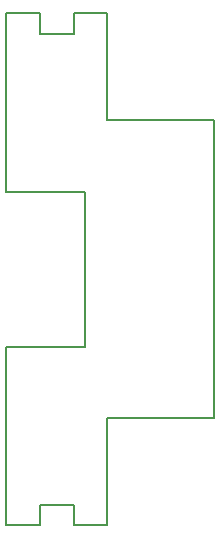
<source format=gbr>
G04 DipTrace 2.4.0.2*
%INBoardOutline.gbr*%
%MOIN*%
%ADD11C,0.0055*%
%FSLAX44Y44*%
G04*
G70*
G90*
G75*
G01*
%LNBoardOutline*%
%LPD*%
X3940Y21004D2*
D11*
X5065D1*
Y20317D1*
X6190D1*
Y21004D1*
X7316D1*
Y17442D1*
X10878D1*
Y7503D1*
X7316D1*
Y3940D1*
X6190D1*
Y4628D1*
X5065D1*
Y3940D1*
X3940D1*
Y9878D1*
X6565D1*
Y15066D1*
X3940D1*
Y21004D1*
M02*

</source>
